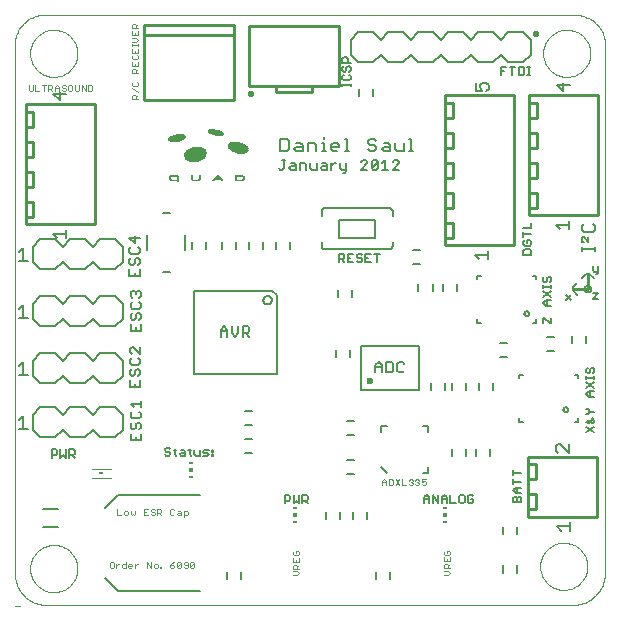
<source format=gto>
G75*
G70*
%OFA0B0*%
%FSLAX24Y24*%
%IPPOS*%
%LPD*%
%AMOC8*
5,1,8,0,0,1.08239X$1,22.5*
%
%ADD10C,0.0000*%
%ADD11C,0.0100*%
%ADD12C,0.0050*%
%ADD13C,0.0080*%
%ADD14C,0.0060*%
%ADD15C,0.0040*%
%ADD16R,0.0030X0.0005*%
%ADD17R,0.0050X0.0005*%
%ADD18R,0.0065X0.0005*%
%ADD19R,0.0075X0.0005*%
%ADD20R,0.0020X0.0005*%
%ADD21R,0.0210X0.0005*%
%ADD22R,0.0170X0.0005*%
%ADD23R,0.0040X0.0005*%
%ADD24R,0.0245X0.0005*%
%ADD25R,0.0235X0.0005*%
%ADD26R,0.0220X0.0005*%
%ADD27R,0.0045X0.0005*%
%ADD28R,0.0270X0.0005*%
%ADD29R,0.0260X0.0005*%
%ADD30R,0.0255X0.0005*%
%ADD31R,0.0285X0.0005*%
%ADD32R,0.0280X0.0005*%
%ADD33R,0.0275X0.0005*%
%ADD34R,0.0295X0.0005*%
%ADD35R,0.0290X0.0005*%
%ADD36R,0.0300X0.0005*%
%ADD37R,0.0055X0.0005*%
%ADD38R,0.0060X0.0005*%
%ADD39R,0.0265X0.0005*%
%ADD40R,0.0070X0.0005*%
%ADD41R,0.0095X0.0005*%
%ADD42R,0.0085X0.0005*%
%ADD43R,0.0305X0.0005*%
%ADD44R,0.0240X0.0005*%
%ADD45R,0.0035X0.0005*%
%ADD46R,0.0155X0.0005*%
%ADD47R,0.0205X0.0005*%
%ADD48R,0.0250X0.0005*%
%ADD49R,0.0315X0.0005*%
%ADD50R,0.0345X0.0005*%
%ADD51R,0.0370X0.0005*%
%ADD52R,0.0400X0.0005*%
%ADD53R,0.0415X0.0005*%
%ADD54R,0.0435X0.0005*%
%ADD55R,0.0460X0.0005*%
%ADD56R,0.0470X0.0005*%
%ADD57R,0.0490X0.0005*%
%ADD58R,0.0505X0.0005*%
%ADD59R,0.0520X0.0005*%
%ADD60R,0.0530X0.0005*%
%ADD61R,0.0545X0.0005*%
%ADD62R,0.0565X0.0005*%
%ADD63R,0.0570X0.0005*%
%ADD64R,0.0580X0.0005*%
%ADD65R,0.0595X0.0005*%
%ADD66R,0.0605X0.0005*%
%ADD67R,0.0615X0.0005*%
%ADD68R,0.0630X0.0005*%
%ADD69R,0.0635X0.0005*%
%ADD70R,0.0645X0.0005*%
%ADD71R,0.0650X0.0005*%
%ADD72R,0.0660X0.0005*%
%ADD73R,0.0665X0.0005*%
%ADD74R,0.0675X0.0005*%
%ADD75R,0.0680X0.0005*%
%ADD76R,0.0690X0.0005*%
%ADD77R,0.0695X0.0005*%
%ADD78R,0.0700X0.0005*%
%ADD79R,0.0710X0.0005*%
%ADD80R,0.0715X0.0005*%
%ADD81R,0.0720X0.0005*%
%ADD82R,0.0725X0.0005*%
%ADD83R,0.0730X0.0005*%
%ADD84R,0.0735X0.0005*%
%ADD85R,0.0140X0.0005*%
%ADD86R,0.0200X0.0005*%
%ADD87R,0.0310X0.0005*%
%ADD88R,0.0705X0.0005*%
%ADD89R,0.0395X0.0005*%
%ADD90R,0.0410X0.0005*%
%ADD91R,0.0685X0.0005*%
%ADD92R,0.0450X0.0005*%
%ADD93R,0.0465X0.0005*%
%ADD94R,0.0670X0.0005*%
%ADD95R,0.0485X0.0005*%
%ADD96R,0.0500X0.0005*%
%ADD97R,0.0655X0.0005*%
%ADD98R,0.0515X0.0005*%
%ADD99R,0.0640X0.0005*%
%ADD100R,0.0535X0.0005*%
%ADD101R,0.0625X0.0005*%
%ADD102R,0.0560X0.0005*%
%ADD103R,0.0600X0.0005*%
%ADD104R,0.0585X0.0005*%
%ADD105R,0.0590X0.0005*%
%ADD106R,0.0610X0.0005*%
%ADD107R,0.0620X0.0005*%
%ADD108R,0.0430X0.0005*%
%ADD109R,0.0405X0.0005*%
%ADD110R,0.0385X0.0005*%
%ADD111R,0.0360X0.0005*%
%ADD112R,0.0330X0.0005*%
%ADD113R,0.0225X0.0005*%
%ADD114R,0.0575X0.0005*%
%ADD115R,0.0555X0.0005*%
%ADD116R,0.0550X0.0005*%
%ADD117R,0.0510X0.0005*%
%ADD118R,0.0495X0.0005*%
%ADD119R,0.0480X0.0005*%
%ADD120R,0.0390X0.0005*%
%ADD121R,0.0365X0.0005*%
%ADD122R,0.0340X0.0005*%
%ADD123R,0.0190X0.0005*%
%ADD124R,0.0130X0.0005*%
%ADD125R,0.0110X0.0005*%
%ADD126R,0.0180X0.0005*%
%ADD127R,0.0230X0.0005*%
%ADD128R,0.0355X0.0005*%
%ADD129R,0.0375X0.0005*%
%ADD130R,0.0440X0.0005*%
%ADD131R,0.0455X0.0005*%
%ADD132R,0.0475X0.0005*%
%ADD133R,0.0525X0.0005*%
%ADD134R,0.0445X0.0005*%
%ADD135R,0.0380X0.0005*%
%ADD136R,0.0080X0.0005*%
%ADD137R,0.0165X0.0005*%
%ADD138R,0.0335X0.0005*%
%ADD139R,0.0215X0.0005*%
%ADD140R,0.0195X0.0005*%
%ADD141R,0.0420X0.0005*%
%ADD142R,0.0425X0.0005*%
%ADD143R,0.0320X0.0005*%
%ADD144R,0.0005X0.0005*%
%ADD145R,0.0118X0.0059*%
%ADD146R,0.0118X0.0118*%
%ADD147C,0.0070*%
%ADD148C,0.0236*%
%ADD149C,0.0028*%
%ADD150R,0.0157X0.0079*%
D10*
X001779Y000412D02*
X001778Y000413D01*
X001779Y000412D02*
X001783Y000412D01*
X001784Y000413D01*
X001784Y000415D01*
X001783Y000417D01*
X001779Y000417D01*
X001778Y000418D01*
X001778Y000420D01*
X001779Y000422D01*
X001783Y000422D01*
X001784Y000420D01*
X001787Y000418D02*
X001787Y000417D01*
X001789Y000417D01*
X001789Y000418D01*
X001787Y000418D01*
X001787Y000413D02*
X001787Y000412D01*
X001789Y000412D01*
X001789Y000413D01*
X001787Y000413D01*
X001792Y000412D02*
X001798Y000422D01*
X001801Y000422D02*
X001806Y000422D01*
X001807Y000420D01*
X001807Y000413D01*
X001806Y000412D01*
X001801Y000412D01*
X001801Y000422D01*
X001810Y000422D02*
X001817Y000422D01*
X001813Y000422D02*
X001813Y000412D01*
X001819Y000412D02*
X001826Y000422D01*
X001830Y000418D02*
X001833Y000418D01*
X001835Y000417D01*
X001835Y000415D01*
X001828Y000415D01*
X001828Y000413D02*
X001828Y000417D01*
X001830Y000418D01*
X001828Y000413D02*
X001830Y000412D01*
X001833Y000412D01*
X001838Y000413D02*
X001839Y000415D01*
X001844Y000415D01*
X001844Y000417D02*
X001844Y000412D01*
X001839Y000412D01*
X001838Y000413D01*
X001839Y000418D02*
X001843Y000418D01*
X001844Y000417D01*
X001847Y000417D02*
X001847Y000413D01*
X001848Y000412D01*
X001853Y000412D01*
X001853Y000410D02*
X001853Y000418D01*
X001848Y000418D01*
X001847Y000417D01*
X001850Y000408D02*
X001852Y000408D01*
X001853Y000410D01*
X001856Y000412D02*
X001859Y000412D01*
X001858Y000412D02*
X001858Y000422D01*
X001856Y000422D01*
X001862Y000417D02*
X001864Y000418D01*
X001867Y000418D01*
X001869Y000417D01*
X001869Y000415D01*
X001862Y000415D01*
X001862Y000413D02*
X001862Y000417D01*
X001862Y000413D02*
X001864Y000412D01*
X001867Y000412D01*
X001871Y000412D02*
X001875Y000412D01*
X001873Y000412D02*
X001873Y000422D01*
X001871Y000422D01*
X001877Y000417D02*
X001877Y000413D01*
X001879Y000412D01*
X001882Y000412D01*
X001884Y000413D01*
X001884Y000417D01*
X001882Y000418D01*
X001879Y000418D01*
X001877Y000417D01*
X001887Y000417D02*
X001887Y000413D01*
X001888Y000412D01*
X001893Y000412D01*
X001893Y000410D02*
X001893Y000418D01*
X001888Y000418D01*
X001887Y000417D01*
X001896Y000417D02*
X001896Y000413D01*
X001898Y000412D01*
X001901Y000412D01*
X001903Y000413D01*
X001903Y000417D01*
X001901Y000418D01*
X001898Y000418D01*
X001896Y000417D01*
X001893Y000410D02*
X001892Y000408D01*
X001890Y000408D01*
X001905Y000412D02*
X001907Y000412D01*
X001907Y000413D01*
X001905Y000413D01*
X001905Y000412D01*
X001910Y000412D02*
X001915Y000412D01*
X001916Y000413D01*
X001916Y000417D01*
X001915Y000418D01*
X001910Y000418D01*
X001910Y000422D02*
X001910Y000412D01*
X001919Y000412D02*
X001919Y000418D01*
X001921Y000418D01*
X001922Y000417D01*
X001924Y000418D01*
X001926Y000417D01*
X001926Y000412D01*
X001928Y000412D02*
X001933Y000412D01*
X001935Y000413D01*
X001935Y000417D01*
X001933Y000418D01*
X001928Y000418D01*
X001928Y000408D01*
X001922Y000412D02*
X001922Y000417D01*
X002859Y000437D02*
X020334Y000437D01*
X020400Y000439D01*
X020465Y000445D01*
X020530Y000454D01*
X020594Y000467D01*
X020658Y000484D01*
X020720Y000505D01*
X020781Y000529D01*
X020840Y000557D01*
X020898Y000588D01*
X020954Y000623D01*
X021008Y000660D01*
X021059Y000701D01*
X021108Y000745D01*
X021154Y000791D01*
X021198Y000840D01*
X021239Y000891D01*
X021276Y000945D01*
X021311Y001001D01*
X021342Y001059D01*
X021370Y001118D01*
X021394Y001179D01*
X021415Y001241D01*
X021432Y001305D01*
X021445Y001369D01*
X021454Y001434D01*
X021460Y001499D01*
X021462Y001565D01*
X021463Y001565D02*
X021463Y019096D01*
X021462Y019096D02*
X021460Y019158D01*
X021455Y019220D01*
X021445Y019281D01*
X021432Y019341D01*
X021416Y019401D01*
X021395Y019459D01*
X021372Y019517D01*
X021345Y019572D01*
X021314Y019626D01*
X021281Y019678D01*
X021244Y019728D01*
X021204Y019776D01*
X021162Y019821D01*
X021117Y019863D01*
X021069Y019903D01*
X021019Y019940D01*
X020967Y019973D01*
X020913Y020004D01*
X020858Y020031D01*
X020800Y020054D01*
X020742Y020075D01*
X020682Y020091D01*
X020622Y020104D01*
X020561Y020114D01*
X020499Y020119D01*
X020437Y020121D01*
X020437Y020122D02*
X002766Y020122D01*
X002704Y020120D01*
X002642Y020114D01*
X002581Y020104D01*
X002520Y020091D01*
X002461Y020074D01*
X002402Y020053D01*
X002345Y020028D01*
X002290Y020000D01*
X002237Y019968D01*
X002185Y019933D01*
X002136Y019895D01*
X002090Y019854D01*
X002046Y019810D01*
X002005Y019764D01*
X001967Y019715D01*
X001932Y019663D01*
X001900Y019610D01*
X001872Y019555D01*
X001847Y019498D01*
X001826Y019439D01*
X001809Y019380D01*
X001796Y019319D01*
X001786Y019258D01*
X001780Y019196D01*
X001778Y019134D01*
X001778Y001518D01*
X001777Y001518D02*
X001779Y001455D01*
X001784Y001392D01*
X001793Y001330D01*
X001806Y001268D01*
X001822Y001208D01*
X001842Y001148D01*
X001865Y001089D01*
X001892Y001032D01*
X001922Y000977D01*
X001955Y000923D01*
X001991Y000872D01*
X002030Y000823D01*
X002072Y000775D01*
X002116Y000731D01*
X002164Y000689D01*
X002213Y000650D01*
X002264Y000614D01*
X002318Y000581D01*
X002373Y000551D01*
X002430Y000524D01*
X002489Y000501D01*
X002549Y000481D01*
X002609Y000465D01*
X002671Y000452D01*
X002733Y000443D01*
X002796Y000438D01*
X002859Y000436D01*
X002291Y001662D02*
X002293Y001718D01*
X002299Y001773D01*
X002309Y001827D01*
X002322Y001881D01*
X002340Y001934D01*
X002361Y001985D01*
X002385Y002035D01*
X002413Y002083D01*
X002445Y002129D01*
X002479Y002173D01*
X002517Y002214D01*
X002557Y002252D01*
X002600Y002287D01*
X002645Y002319D01*
X002693Y002348D01*
X002742Y002374D01*
X002793Y002396D01*
X002845Y002414D01*
X002899Y002428D01*
X002954Y002439D01*
X003009Y002446D01*
X003064Y002449D01*
X003120Y002448D01*
X003175Y002443D01*
X003230Y002434D01*
X003284Y002422D01*
X003337Y002405D01*
X003389Y002385D01*
X003439Y002361D01*
X003487Y002334D01*
X003534Y002304D01*
X003578Y002270D01*
X003620Y002233D01*
X003658Y002193D01*
X003695Y002151D01*
X003728Y002106D01*
X003757Y002060D01*
X003784Y002011D01*
X003806Y001960D01*
X003826Y001908D01*
X003841Y001854D01*
X003853Y001800D01*
X003861Y001745D01*
X003865Y001690D01*
X003865Y001634D01*
X003861Y001579D01*
X003853Y001524D01*
X003841Y001470D01*
X003826Y001416D01*
X003806Y001364D01*
X003784Y001313D01*
X003757Y001264D01*
X003728Y001218D01*
X003695Y001173D01*
X003658Y001131D01*
X003620Y001091D01*
X003578Y001054D01*
X003534Y001020D01*
X003487Y000990D01*
X003439Y000963D01*
X003389Y000939D01*
X003337Y000919D01*
X003284Y000902D01*
X003230Y000890D01*
X003175Y000881D01*
X003120Y000876D01*
X003064Y000875D01*
X003009Y000878D01*
X002954Y000885D01*
X002899Y000896D01*
X002845Y000910D01*
X002793Y000928D01*
X002742Y000950D01*
X002693Y000976D01*
X002645Y001005D01*
X002600Y001037D01*
X002557Y001072D01*
X002517Y001110D01*
X002479Y001151D01*
X002445Y001195D01*
X002413Y001241D01*
X002385Y001289D01*
X002361Y001339D01*
X002340Y001390D01*
X002322Y001443D01*
X002309Y001497D01*
X002299Y001551D01*
X002293Y001606D01*
X002291Y001662D01*
X002291Y018837D02*
X002293Y018893D01*
X002299Y018948D01*
X002309Y019002D01*
X002322Y019056D01*
X002340Y019109D01*
X002361Y019160D01*
X002385Y019210D01*
X002413Y019258D01*
X002445Y019304D01*
X002479Y019348D01*
X002517Y019389D01*
X002557Y019427D01*
X002600Y019462D01*
X002645Y019494D01*
X002693Y019523D01*
X002742Y019549D01*
X002793Y019571D01*
X002845Y019589D01*
X002899Y019603D01*
X002954Y019614D01*
X003009Y019621D01*
X003064Y019624D01*
X003120Y019623D01*
X003175Y019618D01*
X003230Y019609D01*
X003284Y019597D01*
X003337Y019580D01*
X003389Y019560D01*
X003439Y019536D01*
X003487Y019509D01*
X003534Y019479D01*
X003578Y019445D01*
X003620Y019408D01*
X003658Y019368D01*
X003695Y019326D01*
X003728Y019281D01*
X003757Y019235D01*
X003784Y019186D01*
X003806Y019135D01*
X003826Y019083D01*
X003841Y019029D01*
X003853Y018975D01*
X003861Y018920D01*
X003865Y018865D01*
X003865Y018809D01*
X003861Y018754D01*
X003853Y018699D01*
X003841Y018645D01*
X003826Y018591D01*
X003806Y018539D01*
X003784Y018488D01*
X003757Y018439D01*
X003728Y018393D01*
X003695Y018348D01*
X003658Y018306D01*
X003620Y018266D01*
X003578Y018229D01*
X003534Y018195D01*
X003487Y018165D01*
X003439Y018138D01*
X003389Y018114D01*
X003337Y018094D01*
X003284Y018077D01*
X003230Y018065D01*
X003175Y018056D01*
X003120Y018051D01*
X003064Y018050D01*
X003009Y018053D01*
X002954Y018060D01*
X002899Y018071D01*
X002845Y018085D01*
X002793Y018103D01*
X002742Y018125D01*
X002693Y018151D01*
X002645Y018180D01*
X002600Y018212D01*
X002557Y018247D01*
X002517Y018285D01*
X002479Y018326D01*
X002445Y018370D01*
X002413Y018416D01*
X002385Y018464D01*
X002361Y018514D01*
X002340Y018565D01*
X002322Y018618D01*
X002309Y018672D01*
X002299Y018726D01*
X002293Y018781D01*
X002291Y018837D01*
X019391Y018837D02*
X019393Y018893D01*
X019399Y018948D01*
X019409Y019002D01*
X019422Y019056D01*
X019440Y019109D01*
X019461Y019160D01*
X019485Y019210D01*
X019513Y019258D01*
X019545Y019304D01*
X019579Y019348D01*
X019617Y019389D01*
X019657Y019427D01*
X019700Y019462D01*
X019745Y019494D01*
X019793Y019523D01*
X019842Y019549D01*
X019893Y019571D01*
X019945Y019589D01*
X019999Y019603D01*
X020054Y019614D01*
X020109Y019621D01*
X020164Y019624D01*
X020220Y019623D01*
X020275Y019618D01*
X020330Y019609D01*
X020384Y019597D01*
X020437Y019580D01*
X020489Y019560D01*
X020539Y019536D01*
X020587Y019509D01*
X020634Y019479D01*
X020678Y019445D01*
X020720Y019408D01*
X020758Y019368D01*
X020795Y019326D01*
X020828Y019281D01*
X020857Y019235D01*
X020884Y019186D01*
X020906Y019135D01*
X020926Y019083D01*
X020941Y019029D01*
X020953Y018975D01*
X020961Y018920D01*
X020965Y018865D01*
X020965Y018809D01*
X020961Y018754D01*
X020953Y018699D01*
X020941Y018645D01*
X020926Y018591D01*
X020906Y018539D01*
X020884Y018488D01*
X020857Y018439D01*
X020828Y018393D01*
X020795Y018348D01*
X020758Y018306D01*
X020720Y018266D01*
X020678Y018229D01*
X020634Y018195D01*
X020587Y018165D01*
X020539Y018138D01*
X020489Y018114D01*
X020437Y018094D01*
X020384Y018077D01*
X020330Y018065D01*
X020275Y018056D01*
X020220Y018051D01*
X020164Y018050D01*
X020109Y018053D01*
X020054Y018060D01*
X019999Y018071D01*
X019945Y018085D01*
X019893Y018103D01*
X019842Y018125D01*
X019793Y018151D01*
X019745Y018180D01*
X019700Y018212D01*
X019657Y018247D01*
X019617Y018285D01*
X019579Y018326D01*
X019545Y018370D01*
X019513Y018416D01*
X019485Y018464D01*
X019461Y018514D01*
X019440Y018565D01*
X019422Y018618D01*
X019409Y018672D01*
X019399Y018726D01*
X019393Y018781D01*
X019391Y018837D01*
X019291Y001737D02*
X019293Y001793D01*
X019299Y001848D01*
X019309Y001902D01*
X019322Y001956D01*
X019340Y002009D01*
X019361Y002060D01*
X019385Y002110D01*
X019413Y002158D01*
X019445Y002204D01*
X019479Y002248D01*
X019517Y002289D01*
X019557Y002327D01*
X019600Y002362D01*
X019645Y002394D01*
X019693Y002423D01*
X019742Y002449D01*
X019793Y002471D01*
X019845Y002489D01*
X019899Y002503D01*
X019954Y002514D01*
X020009Y002521D01*
X020064Y002524D01*
X020120Y002523D01*
X020175Y002518D01*
X020230Y002509D01*
X020284Y002497D01*
X020337Y002480D01*
X020389Y002460D01*
X020439Y002436D01*
X020487Y002409D01*
X020534Y002379D01*
X020578Y002345D01*
X020620Y002308D01*
X020658Y002268D01*
X020695Y002226D01*
X020728Y002181D01*
X020757Y002135D01*
X020784Y002086D01*
X020806Y002035D01*
X020826Y001983D01*
X020841Y001929D01*
X020853Y001875D01*
X020861Y001820D01*
X020865Y001765D01*
X020865Y001709D01*
X020861Y001654D01*
X020853Y001599D01*
X020841Y001545D01*
X020826Y001491D01*
X020806Y001439D01*
X020784Y001388D01*
X020757Y001339D01*
X020728Y001293D01*
X020695Y001248D01*
X020658Y001206D01*
X020620Y001166D01*
X020578Y001129D01*
X020534Y001095D01*
X020487Y001065D01*
X020439Y001038D01*
X020389Y001014D01*
X020337Y000994D01*
X020284Y000977D01*
X020230Y000965D01*
X020175Y000956D01*
X020120Y000951D01*
X020064Y000950D01*
X020009Y000953D01*
X019954Y000960D01*
X019899Y000971D01*
X019845Y000985D01*
X019793Y001003D01*
X019742Y001025D01*
X019693Y001051D01*
X019645Y001080D01*
X019600Y001112D01*
X019557Y001147D01*
X019517Y001185D01*
X019479Y001226D01*
X019445Y001270D01*
X019413Y001316D01*
X019385Y001364D01*
X019361Y001414D01*
X019340Y001465D01*
X019322Y001518D01*
X019309Y001572D01*
X019299Y001626D01*
X019293Y001681D01*
X019291Y001737D01*
D11*
X018898Y003387D02*
X018898Y003637D01*
X019148Y003637D01*
X019148Y004137D01*
X018898Y004137D01*
X018898Y004637D01*
X019148Y004637D01*
X019148Y005137D01*
X018898Y005137D01*
X018898Y005387D01*
X021198Y005387D01*
X021198Y004887D01*
X021198Y003387D01*
X018898Y003387D01*
X018898Y003637D02*
X018898Y004137D01*
X018898Y004387D02*
X018898Y005137D01*
X020378Y010987D02*
X020878Y010987D01*
X020878Y011487D01*
X021228Y013437D02*
X018928Y013437D01*
X018928Y013687D01*
X019178Y013687D01*
X019178Y014187D01*
X018928Y014187D01*
X018928Y014687D01*
X019178Y014687D01*
X019178Y015187D01*
X018928Y015187D01*
X018928Y015687D01*
X018928Y017187D01*
X019178Y017187D01*
X019178Y016687D01*
X018928Y016687D01*
X018928Y016187D01*
X019178Y016187D01*
X019178Y015687D01*
X018928Y015687D01*
X018928Y016487D02*
X018928Y013687D01*
X018428Y012437D02*
X016128Y012437D01*
X016128Y012687D01*
X016378Y012687D01*
X016378Y013187D01*
X016128Y013187D01*
X016128Y013687D01*
X016378Y013687D01*
X016378Y014187D01*
X016128Y014187D01*
X016128Y014687D01*
X016128Y015187D01*
X016378Y015187D01*
X016378Y014687D01*
X016128Y014687D01*
X016128Y014437D02*
X016128Y017437D01*
X018428Y017437D01*
X018428Y012437D01*
X016128Y012687D02*
X016128Y013187D01*
X016128Y013687D02*
X016128Y014187D01*
X016128Y015187D02*
X016128Y015687D01*
X016378Y015687D01*
X016378Y016187D01*
X016128Y016187D01*
X016128Y016687D01*
X016378Y016687D01*
X016378Y017187D01*
X016128Y017187D01*
X016128Y017337D01*
X018928Y017437D02*
X018928Y017187D01*
X018928Y017437D02*
X021228Y017437D01*
X021228Y016937D01*
X021228Y013437D01*
X019178Y019437D02*
X019078Y019437D01*
X019078Y019537D01*
X019178Y019537D01*
X019178Y019437D01*
X019178Y019447D02*
X019078Y019447D01*
X012578Y019737D02*
X012578Y017737D01*
X009578Y017737D01*
X009578Y019737D01*
X012578Y019737D01*
X011678Y017737D02*
X011678Y017537D01*
X010478Y017537D01*
X010478Y017737D01*
X009678Y017537D02*
X009678Y017437D01*
X009578Y017437D01*
X009578Y017537D01*
X009678Y017537D01*
X009678Y017477D02*
X009578Y017477D01*
X009078Y017287D02*
X006078Y017287D01*
X006078Y019437D01*
X009078Y019437D01*
X009078Y017287D01*
X009078Y019437D02*
X009078Y019787D01*
X006078Y019787D01*
X006078Y019437D01*
X004448Y017137D02*
X002148Y017137D01*
X002148Y016887D01*
X002148Y015387D01*
X002148Y014887D01*
X002398Y014887D01*
X002398Y014387D01*
X002148Y014387D01*
X002148Y013887D01*
X002398Y013887D01*
X002398Y013387D01*
X002148Y013387D01*
X002148Y013137D01*
X004448Y013137D01*
X004448Y016637D01*
X004448Y017137D01*
X002398Y016887D02*
X002398Y016387D01*
X002148Y016387D01*
X002148Y015887D01*
X002398Y015887D01*
X002398Y015387D01*
X002148Y015387D01*
X002148Y016187D02*
X002148Y013387D01*
X002148Y016887D02*
X002398Y016887D01*
D12*
X002148Y016887D02*
X002148Y016187D01*
X004448Y016537D02*
X004448Y016637D01*
X002053Y012362D02*
X002053Y011912D01*
X001903Y011912D02*
X002203Y011912D01*
X001903Y012212D02*
X002053Y012362D01*
X002053Y010462D02*
X002053Y010012D01*
X001903Y010012D02*
X002203Y010012D01*
X001903Y010312D02*
X002053Y010462D01*
X002053Y008562D02*
X002053Y008112D01*
X001903Y008112D02*
X002203Y008112D01*
X001903Y008412D02*
X002053Y008562D01*
X002053Y006762D02*
X002053Y006312D01*
X001903Y006312D02*
X002203Y006312D01*
X001903Y006612D02*
X002053Y006762D01*
X003003Y005632D02*
X003138Y005632D01*
X003183Y005587D01*
X003183Y005497D01*
X003138Y005452D01*
X003003Y005452D01*
X003003Y005362D02*
X003003Y005632D01*
X003297Y005632D02*
X003297Y005362D01*
X003387Y005452D01*
X003478Y005362D01*
X003478Y005632D01*
X003592Y005632D02*
X003727Y005632D01*
X003772Y005587D01*
X003772Y005497D01*
X003727Y005452D01*
X003592Y005452D01*
X003682Y005452D02*
X003772Y005362D01*
X003592Y005362D02*
X003592Y005632D01*
X006778Y005647D02*
X006778Y005602D01*
X006823Y005557D01*
X006913Y005557D01*
X006958Y005512D01*
X006958Y005467D01*
X006913Y005422D01*
X006823Y005422D01*
X006778Y005467D01*
X006778Y005647D02*
X006823Y005692D01*
X006913Y005692D01*
X006958Y005647D01*
X007072Y005602D02*
X007162Y005602D01*
X007117Y005647D02*
X007117Y005467D01*
X007162Y005422D01*
X007269Y005467D02*
X007314Y005512D01*
X007449Y005512D01*
X007449Y005557D02*
X007449Y005422D01*
X007314Y005422D01*
X007269Y005467D01*
X007314Y005602D02*
X007404Y005602D01*
X007449Y005557D01*
X007563Y005602D02*
X007654Y005602D01*
X007609Y005647D02*
X007609Y005467D01*
X007654Y005422D01*
X007760Y005467D02*
X007805Y005422D01*
X007940Y005422D01*
X007940Y005602D01*
X008055Y005557D02*
X008100Y005602D01*
X008235Y005602D01*
X008190Y005512D02*
X008100Y005512D01*
X008055Y005557D01*
X008055Y005422D02*
X008190Y005422D01*
X008235Y005467D01*
X008190Y005512D01*
X008349Y005557D02*
X008349Y005602D01*
X008394Y005602D01*
X008394Y005557D01*
X008349Y005557D01*
X008349Y005467D02*
X008349Y005422D01*
X008394Y005422D01*
X008394Y005467D01*
X008349Y005467D01*
X007760Y005467D02*
X007760Y005602D01*
X010778Y004107D02*
X010778Y003837D01*
X010778Y003927D02*
X010913Y003927D01*
X010958Y003972D01*
X010958Y004062D01*
X010913Y004107D01*
X010778Y004107D01*
X011072Y004107D02*
X011072Y003837D01*
X011162Y003927D01*
X011253Y003837D01*
X011253Y004107D01*
X011367Y004107D02*
X011502Y004107D01*
X011547Y004062D01*
X011547Y003972D01*
X011502Y003927D01*
X011367Y003927D01*
X011457Y003927D02*
X011547Y003837D01*
X011367Y003837D02*
X011367Y004107D01*
X015413Y004032D02*
X015413Y003852D01*
X015413Y003987D02*
X015593Y003987D01*
X015593Y004032D02*
X015593Y003852D01*
X015707Y003852D02*
X015707Y004122D01*
X015888Y003852D01*
X015888Y004122D01*
X016002Y004032D02*
X016092Y004122D01*
X016182Y004032D01*
X016182Y003852D01*
X016297Y003852D02*
X016477Y003852D01*
X016591Y003897D02*
X016636Y003852D01*
X016726Y003852D01*
X016771Y003897D01*
X016771Y004077D01*
X016726Y004122D01*
X016636Y004122D01*
X016591Y004077D01*
X016591Y003897D01*
X016886Y003897D02*
X016931Y003852D01*
X017021Y003852D01*
X017066Y003897D01*
X017066Y003987D01*
X016976Y003987D01*
X016886Y004077D02*
X016931Y004122D01*
X017021Y004122D01*
X017066Y004077D01*
X016886Y004077D02*
X016886Y003897D01*
X016297Y003852D02*
X016297Y004122D01*
X016182Y003987D02*
X016002Y003987D01*
X016002Y004032D02*
X016002Y003852D01*
X015593Y004032D02*
X015503Y004122D01*
X015413Y004032D01*
X018387Y004017D02*
X018387Y003882D01*
X018658Y003882D01*
X018658Y004017D01*
X018613Y004062D01*
X018568Y004062D01*
X018523Y004017D01*
X018523Y003882D01*
X018523Y004017D02*
X018478Y004062D01*
X018433Y004062D01*
X018387Y004017D01*
X018478Y004176D02*
X018387Y004266D01*
X018478Y004356D01*
X018658Y004356D01*
X018523Y004356D02*
X018523Y004176D01*
X018478Y004176D02*
X018658Y004176D01*
X018898Y004137D02*
X018898Y004387D01*
X018658Y004561D02*
X018387Y004561D01*
X018387Y004471D02*
X018387Y004651D01*
X018387Y004766D02*
X018387Y004946D01*
X018387Y004856D02*
X018658Y004856D01*
X018898Y005137D02*
X018898Y005287D01*
X020827Y006213D02*
X021098Y006393D01*
X021053Y006507D02*
X021008Y006507D01*
X020918Y006597D01*
X020873Y006597D01*
X020827Y006552D01*
X020873Y006507D01*
X020918Y006507D01*
X021098Y006687D01*
X021098Y006597D02*
X021098Y006552D01*
X021053Y006507D01*
X021098Y006597D02*
X021008Y006687D01*
X020873Y006802D02*
X020963Y006892D01*
X021098Y006892D01*
X020963Y006892D02*
X020873Y006982D01*
X020827Y006982D01*
X020827Y006802D02*
X020873Y006802D01*
X020827Y006393D02*
X021098Y006213D01*
X021098Y007391D02*
X020918Y007391D01*
X020827Y007481D01*
X020918Y007571D01*
X021098Y007571D01*
X021098Y007686D02*
X020827Y007866D01*
X020827Y007981D02*
X020827Y008071D01*
X020827Y008026D02*
X021098Y008026D01*
X021098Y007981D02*
X021098Y008071D01*
X021053Y008177D02*
X021098Y008222D01*
X021098Y008312D01*
X021053Y008357D01*
X021008Y008357D01*
X020963Y008312D01*
X020963Y008222D01*
X020918Y008177D01*
X020873Y008177D01*
X020827Y008222D01*
X020827Y008312D01*
X020873Y008357D01*
X021098Y007866D02*
X020827Y007686D01*
X020963Y007571D02*
X020963Y007391D01*
X019648Y009837D02*
X019648Y010017D01*
X019648Y009837D02*
X019603Y009837D01*
X019423Y010017D01*
X019377Y010017D01*
X019377Y009837D01*
X019468Y010426D02*
X019377Y010516D01*
X019468Y010606D01*
X019648Y010606D01*
X019648Y010721D02*
X019377Y010901D01*
X019377Y011015D02*
X019377Y011105D01*
X019377Y011060D02*
X019648Y011060D01*
X019648Y011015D02*
X019648Y011105D01*
X019603Y011212D02*
X019648Y011257D01*
X019648Y011347D01*
X019603Y011392D01*
X019558Y011392D01*
X019513Y011347D01*
X019513Y011257D01*
X019468Y011212D01*
X019423Y011212D01*
X019377Y011257D01*
X019377Y011347D01*
X019423Y011392D01*
X019648Y010901D02*
X019377Y010721D01*
X019513Y010606D02*
X019513Y010426D01*
X019468Y010426D02*
X019648Y010426D01*
X020153Y010612D02*
X020333Y010792D01*
X020378Y010937D02*
X020528Y010787D01*
X020378Y010937D02*
X020378Y010987D01*
X020378Y011037D01*
X020528Y011187D01*
X020678Y011337D02*
X020828Y011487D01*
X020878Y011487D01*
X020928Y011487D01*
X021078Y011337D01*
X021143Y011472D02*
X021188Y011472D01*
X021233Y011517D01*
X021233Y011742D01*
X021053Y011742D02*
X021053Y011607D01*
X021098Y011562D01*
X021233Y011562D01*
X020766Y010987D02*
X020768Y011008D01*
X020774Y011027D01*
X020783Y011046D01*
X020795Y011062D01*
X020811Y011076D01*
X020828Y011087D01*
X020847Y011095D01*
X020868Y011099D01*
X020888Y011099D01*
X020909Y011095D01*
X020928Y011087D01*
X020945Y011076D01*
X020961Y011062D01*
X020973Y011046D01*
X020982Y011027D01*
X020988Y011008D01*
X020990Y010987D01*
X020988Y010966D01*
X020982Y010947D01*
X020973Y010928D01*
X020961Y010912D01*
X020945Y010898D01*
X020928Y010887D01*
X020909Y010879D01*
X020888Y010875D01*
X020868Y010875D01*
X020847Y010879D01*
X020828Y010887D01*
X020811Y010898D01*
X020795Y010912D01*
X020783Y010928D01*
X020774Y010947D01*
X020768Y010966D01*
X020766Y010987D01*
X021053Y010842D02*
X021233Y010842D01*
X021053Y010662D01*
X021233Y010662D01*
X020333Y010612D02*
X020153Y010792D01*
X018993Y012127D02*
X018722Y012127D01*
X018722Y012262D01*
X018768Y012307D01*
X018948Y012307D01*
X018993Y012262D01*
X018993Y012127D01*
X018948Y012421D02*
X018768Y012421D01*
X018722Y012466D01*
X018722Y012556D01*
X018768Y012601D01*
X018858Y012601D02*
X018858Y012511D01*
X018858Y012601D02*
X018948Y012601D01*
X018993Y012556D01*
X018993Y012466D01*
X018948Y012421D01*
X018722Y012716D02*
X018722Y012896D01*
X018722Y012806D02*
X018993Y012806D01*
X018993Y013011D02*
X018722Y013011D01*
X018993Y013011D02*
X018993Y013191D01*
X018928Y016487D02*
X018928Y017187D01*
X018911Y018107D02*
X018911Y018377D01*
X018866Y018377D02*
X018956Y018377D01*
X018752Y018332D02*
X018752Y018152D01*
X018707Y018107D01*
X018572Y018107D01*
X018572Y018377D01*
X018707Y018377D01*
X018752Y018332D01*
X018866Y018107D02*
X018956Y018107D01*
X018457Y018377D02*
X018277Y018377D01*
X018367Y018377D02*
X018367Y018107D01*
X018072Y018242D02*
X017982Y018242D01*
X017982Y018377D02*
X018162Y018377D01*
X017982Y018377D02*
X017982Y018107D01*
X021228Y016937D02*
X021228Y016837D01*
X014369Y013582D02*
X014369Y013425D01*
X014368Y013582D02*
X014367Y013599D01*
X014362Y013616D01*
X014355Y013631D01*
X014345Y013645D01*
X014333Y013657D01*
X014319Y013667D01*
X014304Y013674D01*
X014287Y013679D01*
X014270Y013680D01*
X014270Y013681D02*
X012144Y013681D01*
X012145Y013681D02*
X012124Y013683D01*
X012103Y013681D01*
X012083Y013675D01*
X012064Y013666D01*
X012047Y013654D01*
X012032Y013639D01*
X012021Y013622D01*
X012012Y013603D01*
X012007Y013583D01*
X012007Y013582D02*
X012007Y013425D01*
X012597Y013287D02*
X012597Y012696D01*
X013778Y012696D01*
X013778Y013287D01*
X012597Y013287D01*
X012007Y012559D02*
X012007Y012401D01*
X012008Y012384D01*
X012013Y012367D01*
X012020Y012352D01*
X012030Y012338D01*
X012042Y012326D01*
X012056Y012316D01*
X012071Y012309D01*
X012088Y012304D01*
X012105Y012303D01*
X014270Y012303D01*
X014287Y012304D01*
X014304Y012309D01*
X014319Y012316D01*
X014333Y012326D01*
X014345Y012338D01*
X014355Y012352D01*
X014362Y012367D01*
X014367Y012384D01*
X014368Y012401D01*
X014369Y012401D02*
X014369Y012559D01*
X013941Y012147D02*
X013761Y012147D01*
X013851Y012147D02*
X013851Y011877D01*
X013647Y011877D02*
X013467Y011877D01*
X013467Y012147D01*
X013647Y012147D01*
X013557Y012012D02*
X013467Y012012D01*
X013352Y011967D02*
X013352Y011922D01*
X013307Y011877D01*
X013217Y011877D01*
X013172Y011922D01*
X013217Y012012D02*
X013172Y012057D01*
X013172Y012102D01*
X013217Y012147D01*
X013307Y012147D01*
X013352Y012102D01*
X013307Y012012D02*
X013352Y011967D01*
X013307Y012012D02*
X013217Y012012D01*
X013058Y012147D02*
X012877Y012147D01*
X012877Y011877D01*
X013058Y011877D01*
X012967Y012012D02*
X012877Y012012D01*
X012763Y012012D02*
X012718Y011967D01*
X012583Y011967D01*
X012673Y011967D02*
X012763Y011877D01*
X012763Y012012D02*
X012763Y012102D01*
X012718Y012147D01*
X012583Y012147D01*
X012583Y011877D01*
X012697Y017736D02*
X012697Y017826D01*
X012697Y017781D02*
X012968Y017781D01*
X012968Y017736D02*
X012968Y017826D01*
X012923Y017933D02*
X012968Y017978D01*
X012968Y018068D01*
X012923Y018113D01*
X012923Y018227D02*
X012968Y018272D01*
X012968Y018362D01*
X012923Y018408D01*
X012878Y018408D01*
X012833Y018362D01*
X012833Y018272D01*
X012788Y018227D01*
X012743Y018227D01*
X012697Y018272D01*
X012697Y018362D01*
X012743Y018408D01*
X012697Y018522D02*
X012697Y018657D01*
X012743Y018702D01*
X012833Y018702D01*
X012878Y018657D01*
X012878Y018522D01*
X012968Y018522D02*
X012697Y018522D01*
X012743Y018113D02*
X012697Y018068D01*
X012697Y017978D01*
X012743Y017933D01*
X012923Y017933D01*
X021198Y004887D02*
X021198Y004787D01*
D13*
X020562Y006549D02*
X020444Y006549D01*
X020562Y006549D02*
X020562Y006667D01*
X020065Y006964D02*
X020067Y006982D01*
X020073Y006998D01*
X020082Y007013D01*
X020095Y007026D01*
X020110Y007035D01*
X020126Y007041D01*
X020144Y007043D01*
X020162Y007041D01*
X020178Y007035D01*
X020193Y007026D01*
X020206Y007013D01*
X020215Y006998D01*
X020221Y006982D01*
X020223Y006964D01*
X020221Y006946D01*
X020215Y006930D01*
X020206Y006915D01*
X020193Y006902D01*
X020178Y006893D01*
X020162Y006887D01*
X020144Y006885D01*
X020126Y006887D01*
X020110Y006893D01*
X020095Y006902D01*
X020082Y006915D01*
X020073Y006930D01*
X020067Y006946D01*
X020065Y006964D01*
X020562Y008006D02*
X020562Y008124D01*
X020444Y008124D01*
X018712Y008124D02*
X018593Y008124D01*
X018593Y008006D01*
X018593Y006667D02*
X018593Y006549D01*
X018712Y006549D01*
X015565Y006424D02*
X015565Y006227D01*
X015565Y006424D02*
X015368Y006424D01*
X014187Y006424D02*
X013990Y006424D01*
X013990Y006227D01*
X013990Y005046D02*
X014187Y004849D01*
X015368Y004849D02*
X015565Y004849D01*
X015565Y005046D01*
X015250Y007608D02*
X013305Y007608D01*
X013305Y009065D01*
X015250Y009065D01*
X015250Y007608D01*
X017193Y009849D02*
X017193Y009967D01*
X017193Y009849D02*
X017312Y009849D01*
X017193Y011306D02*
X017193Y011424D01*
X017312Y011424D01*
X018765Y010164D02*
X018767Y010182D01*
X018773Y010198D01*
X018782Y010213D01*
X018795Y010226D01*
X018810Y010235D01*
X018826Y010241D01*
X018844Y010243D01*
X018862Y010241D01*
X018878Y010235D01*
X018893Y010226D01*
X018906Y010213D01*
X018915Y010198D01*
X018921Y010182D01*
X018923Y010164D01*
X018921Y010146D01*
X018915Y010130D01*
X018906Y010115D01*
X018893Y010102D01*
X018878Y010093D01*
X018862Y010087D01*
X018844Y010085D01*
X018826Y010087D01*
X018810Y010093D01*
X018795Y010102D01*
X018782Y010115D01*
X018773Y010130D01*
X018767Y010146D01*
X018765Y010164D01*
X019044Y009849D02*
X019162Y009849D01*
X019162Y009967D01*
X019162Y011306D02*
X019162Y011424D01*
X019044Y011424D01*
X020687Y012252D02*
X020687Y012392D01*
X020687Y012322D02*
X021108Y012322D01*
X021108Y012252D02*
X021108Y012392D01*
X020898Y012559D02*
X020898Y012699D01*
X020898Y012559D02*
X020757Y012699D01*
X020687Y012699D01*
X020687Y012559D01*
X020757Y012559D01*
X020757Y012866D02*
X021038Y012866D01*
X021108Y012936D01*
X021108Y013076D01*
X021038Y013146D01*
X020757Y013146D02*
X020687Y013076D01*
X020687Y012936D01*
X020757Y012866D01*
X018728Y018537D02*
X018228Y018537D01*
X017978Y018787D01*
X017728Y018537D01*
X017228Y018537D01*
X016978Y018787D01*
X016728Y018537D01*
X016228Y018537D01*
X015978Y018787D01*
X015728Y018537D01*
X015228Y018537D01*
X014978Y018787D01*
X014728Y018537D01*
X014228Y018537D01*
X013978Y018787D01*
X013728Y018537D01*
X013228Y018537D01*
X012978Y018787D01*
X012978Y019287D01*
X013228Y019537D01*
X013728Y019537D01*
X013978Y019287D01*
X014228Y019537D01*
X014728Y019537D01*
X014978Y019287D01*
X015228Y019537D01*
X015728Y019537D01*
X015978Y019287D01*
X016228Y019537D01*
X016728Y019537D01*
X016978Y019287D01*
X017228Y019537D01*
X017728Y019537D01*
X017978Y019287D01*
X018228Y019537D01*
X018728Y019537D01*
X018978Y019287D01*
X018978Y018787D01*
X018728Y018537D01*
X014995Y015987D02*
X014995Y015567D01*
X014925Y015567D02*
X015065Y015567D01*
X014745Y015567D02*
X014745Y015847D01*
X014925Y015987D02*
X014995Y015987D01*
X014745Y015567D02*
X014534Y015567D01*
X014464Y015637D01*
X014464Y015847D01*
X014284Y015777D02*
X014284Y015567D01*
X014074Y015567D01*
X014004Y015637D01*
X014074Y015707D01*
X014284Y015707D01*
X014284Y015777D02*
X014214Y015847D01*
X014074Y015847D01*
X013824Y015917D02*
X013754Y015987D01*
X013614Y015987D01*
X013544Y015917D01*
X013544Y015847D01*
X013614Y015777D01*
X013754Y015777D01*
X013824Y015707D01*
X013824Y015637D01*
X013754Y015567D01*
X013614Y015567D01*
X013544Y015637D01*
X012916Y015567D02*
X012776Y015567D01*
X012846Y015567D02*
X012846Y015987D01*
X012776Y015987D01*
X012596Y015777D02*
X012596Y015707D01*
X012316Y015707D01*
X012316Y015777D02*
X012386Y015847D01*
X012526Y015847D01*
X012596Y015777D01*
X012526Y015567D02*
X012386Y015567D01*
X012316Y015637D01*
X012316Y015777D01*
X012079Y015847D02*
X012079Y015567D01*
X012009Y015567D02*
X012149Y015567D01*
X012079Y015847D02*
X012009Y015847D01*
X012079Y015987D02*
X012079Y016057D01*
X011829Y015777D02*
X011759Y015847D01*
X011549Y015847D01*
X011549Y015567D01*
X011368Y015567D02*
X011368Y015777D01*
X011298Y015847D01*
X011158Y015847D01*
X011158Y015707D02*
X011368Y015707D01*
X011368Y015567D02*
X011158Y015567D01*
X011088Y015637D01*
X011158Y015707D01*
X010908Y015637D02*
X010838Y015567D01*
X010628Y015567D01*
X010628Y015987D01*
X010838Y015987D01*
X010908Y015917D01*
X010908Y015637D01*
X011829Y015567D02*
X011829Y015777D01*
X007453Y012768D02*
X007453Y012295D01*
X006941Y011547D02*
X006705Y011547D01*
X006193Y012295D02*
X006193Y012768D01*
X006705Y013516D02*
X006941Y013516D01*
X007962Y004111D02*
X005206Y004111D01*
X004773Y003678D01*
X003228Y003637D02*
X002728Y003637D01*
X002728Y003037D02*
X003228Y003037D01*
X004773Y001355D02*
X005206Y000922D01*
X007962Y000922D01*
D14*
X008842Y001319D02*
X008842Y001555D01*
X009314Y001555D02*
X009314Y001319D01*
X012142Y003319D02*
X012142Y003555D01*
X012614Y003555D02*
X012614Y003319D01*
X013042Y003319D02*
X013042Y003555D01*
X013514Y003555D02*
X013514Y003319D01*
X013096Y004800D02*
X012860Y004800D01*
X012860Y005273D02*
X013096Y005273D01*
X013096Y006100D02*
X012860Y006100D01*
X012860Y006573D02*
X013096Y006573D01*
X013798Y008207D02*
X013798Y008434D01*
X013911Y008547D01*
X014025Y008434D01*
X014025Y008207D01*
X014166Y008207D02*
X014336Y008207D01*
X014393Y008263D01*
X014393Y008490D01*
X014336Y008547D01*
X014166Y008547D01*
X014166Y008207D01*
X014025Y008377D02*
X013798Y008377D01*
X014534Y008490D02*
X014534Y008263D01*
X014591Y008207D01*
X014705Y008207D01*
X014761Y008263D01*
X014761Y008490D02*
X014705Y008547D01*
X014591Y008547D01*
X014534Y008490D01*
X015642Y007855D02*
X015642Y007619D01*
X016114Y007619D02*
X016114Y007855D01*
X016342Y007855D02*
X016342Y007619D01*
X016814Y007619D02*
X016814Y007855D01*
X017242Y007855D02*
X017242Y007619D01*
X017714Y007619D02*
X017714Y007855D01*
X017960Y008700D02*
X018196Y008700D01*
X018196Y009173D02*
X017960Y009173D01*
X019503Y009398D02*
X019739Y009398D01*
X019739Y008925D02*
X019503Y008925D01*
X020347Y009172D02*
X020347Y009408D01*
X020819Y009408D02*
X020819Y009172D01*
X017619Y005651D02*
X017619Y005415D01*
X017147Y005415D02*
X017147Y005651D01*
X016824Y005650D02*
X016824Y005414D01*
X016352Y005414D02*
X016352Y005650D01*
X018042Y003055D02*
X018042Y002819D01*
X018514Y002819D02*
X018514Y003055D01*
X018519Y001765D02*
X018519Y001529D01*
X018047Y001529D02*
X018047Y001765D01*
X014274Y001555D02*
X014274Y001319D01*
X013802Y001319D02*
X013802Y001555D01*
X009681Y005500D02*
X009445Y005500D01*
X009445Y005973D02*
X009681Y005973D01*
X009681Y006455D02*
X009445Y006455D01*
X009445Y006928D02*
X009681Y006928D01*
X010503Y008152D02*
X010503Y010772D01*
X010363Y010912D01*
X007743Y010912D01*
X007743Y008152D01*
X010503Y008152D01*
X009601Y009397D02*
X009488Y009510D01*
X009545Y009510D02*
X009374Y009510D01*
X009374Y009397D02*
X009374Y009737D01*
X009545Y009737D01*
X009601Y009680D01*
X009601Y009567D01*
X009545Y009510D01*
X009233Y009510D02*
X009233Y009737D01*
X009233Y009510D02*
X009119Y009397D01*
X009006Y009510D01*
X009006Y009737D01*
X008865Y009624D02*
X008865Y009397D01*
X008865Y009567D02*
X008638Y009567D01*
X008638Y009624D02*
X008751Y009737D01*
X008865Y009624D01*
X008638Y009624D02*
X008638Y009397D01*
X010062Y010612D02*
X010064Y010635D01*
X010070Y010658D01*
X010079Y010679D01*
X010092Y010699D01*
X010108Y010716D01*
X010126Y010730D01*
X010146Y010741D01*
X010168Y010749D01*
X010191Y010753D01*
X010215Y010753D01*
X010238Y010749D01*
X010260Y010741D01*
X010280Y010730D01*
X010298Y010716D01*
X010314Y010699D01*
X010327Y010679D01*
X010336Y010658D01*
X010342Y010635D01*
X010344Y010612D01*
X010342Y010589D01*
X010336Y010566D01*
X010327Y010545D01*
X010314Y010525D01*
X010298Y010508D01*
X010280Y010494D01*
X010260Y010483D01*
X010238Y010475D01*
X010215Y010471D01*
X010191Y010471D01*
X010168Y010475D01*
X010146Y010483D01*
X010126Y010494D01*
X010108Y010508D01*
X010092Y010525D01*
X010079Y010545D01*
X010070Y010566D01*
X010064Y010589D01*
X010062Y010612D01*
X010059Y012314D02*
X010059Y012550D01*
X010487Y012550D02*
X010487Y012314D01*
X010959Y012314D02*
X010959Y012550D01*
X009587Y012550D02*
X009587Y012314D01*
X009159Y012314D02*
X009159Y012550D01*
X008687Y012550D02*
X008687Y012314D01*
X008159Y012314D02*
X008159Y012550D01*
X007687Y012550D02*
X007687Y012314D01*
X005978Y010867D02*
X005978Y010753D01*
X005921Y010697D01*
X005921Y010555D02*
X005978Y010498D01*
X005978Y010385D01*
X005921Y010328D01*
X005694Y010328D01*
X005637Y010385D01*
X005637Y010498D01*
X005694Y010555D01*
X005694Y010697D02*
X005637Y010753D01*
X005637Y010867D01*
X005694Y010923D01*
X005751Y010923D01*
X005808Y010867D01*
X005864Y010923D01*
X005921Y010923D01*
X005978Y010867D01*
X005808Y010867D02*
X005808Y010810D01*
X005378Y010487D02*
X005378Y009987D01*
X005128Y009737D01*
X004628Y009737D01*
X004378Y009987D01*
X004128Y009737D01*
X003628Y009737D01*
X003378Y009987D01*
X003128Y009737D01*
X002628Y009737D01*
X002378Y009987D01*
X002378Y010487D01*
X002628Y010737D01*
X003128Y010737D01*
X003378Y010487D01*
X003628Y010737D01*
X004128Y010737D01*
X004378Y010487D01*
X004628Y010737D01*
X005128Y010737D01*
X005378Y010487D01*
X005694Y010187D02*
X005637Y010130D01*
X005637Y010017D01*
X005694Y009960D01*
X005751Y009960D01*
X005808Y010017D01*
X005808Y010130D01*
X005864Y010187D01*
X005921Y010187D01*
X005978Y010130D01*
X005978Y010017D01*
X005921Y009960D01*
X005978Y009819D02*
X005978Y009592D01*
X005637Y009592D01*
X005637Y009819D01*
X005808Y009705D02*
X005808Y009592D01*
X005731Y009048D02*
X005674Y009048D01*
X005617Y008992D01*
X005617Y008878D01*
X005674Y008822D01*
X005674Y008680D02*
X005617Y008623D01*
X005617Y008510D01*
X005674Y008453D01*
X005901Y008453D01*
X005958Y008510D01*
X005958Y008623D01*
X005901Y008680D01*
X005958Y008822D02*
X005731Y009048D01*
X005958Y009048D02*
X005958Y008822D01*
X005901Y008312D02*
X005958Y008255D01*
X005958Y008142D01*
X005901Y008085D01*
X005788Y008142D02*
X005788Y008255D01*
X005844Y008312D01*
X005901Y008312D01*
X005788Y008142D02*
X005731Y008085D01*
X005674Y008085D01*
X005617Y008142D01*
X005617Y008255D01*
X005674Y008312D01*
X005378Y008087D02*
X005378Y008587D01*
X005128Y008837D01*
X004628Y008837D01*
X004378Y008587D01*
X004128Y008837D01*
X003628Y008837D01*
X003378Y008587D01*
X003128Y008837D01*
X002628Y008837D01*
X002378Y008587D01*
X002378Y008087D01*
X002628Y007837D01*
X003128Y007837D01*
X003378Y008087D01*
X003628Y007837D01*
X004128Y007837D01*
X004378Y008087D01*
X004628Y007837D01*
X005128Y007837D01*
X005378Y008087D01*
X005617Y007944D02*
X005617Y007717D01*
X005958Y007717D01*
X005958Y007944D01*
X005788Y007830D02*
X005788Y007717D01*
X005978Y007263D02*
X005978Y007037D01*
X005978Y007150D02*
X005637Y007150D01*
X005751Y007037D01*
X005694Y006895D02*
X005637Y006838D01*
X005637Y006725D01*
X005694Y006668D01*
X005921Y006668D01*
X005978Y006725D01*
X005978Y006838D01*
X005921Y006895D01*
X005921Y006527D02*
X005978Y006470D01*
X005978Y006357D01*
X005921Y006300D01*
X005808Y006357D02*
X005808Y006470D01*
X005864Y006527D01*
X005921Y006527D01*
X005808Y006357D02*
X005751Y006300D01*
X005694Y006300D01*
X005637Y006357D01*
X005637Y006470D01*
X005694Y006527D01*
X005378Y006287D02*
X005378Y006787D01*
X005128Y007037D01*
X004628Y007037D01*
X004378Y006787D01*
X004128Y007037D01*
X003628Y007037D01*
X003378Y006787D01*
X003128Y007037D01*
X002628Y007037D01*
X002378Y006787D01*
X002378Y006287D01*
X002628Y006037D01*
X003128Y006037D01*
X003378Y006287D01*
X003628Y006037D01*
X004128Y006037D01*
X004378Y006287D01*
X004628Y006037D01*
X005128Y006037D01*
X005378Y006287D01*
X005637Y006159D02*
X005637Y005932D01*
X005978Y005932D01*
X005978Y006159D01*
X005808Y006045D02*
X005808Y005932D01*
X005768Y011417D02*
X005768Y011530D01*
X005938Y011417D02*
X005938Y011644D01*
X005881Y011785D02*
X005938Y011842D01*
X005938Y011955D01*
X005881Y012012D01*
X005824Y012012D01*
X005768Y011955D01*
X005768Y011842D01*
X005711Y011785D01*
X005654Y011785D01*
X005597Y011842D01*
X005597Y011955D01*
X005654Y012012D01*
X005654Y012153D02*
X005881Y012153D01*
X005938Y012210D01*
X005938Y012323D01*
X005881Y012380D01*
X005768Y012522D02*
X005768Y012748D01*
X005938Y012692D02*
X005597Y012692D01*
X005768Y012522D01*
X005654Y012380D02*
X005597Y012323D01*
X005597Y012210D01*
X005654Y012153D01*
X005378Y012387D02*
X005378Y011887D01*
X005128Y011637D01*
X004628Y011637D01*
X004378Y011887D01*
X004128Y011637D01*
X003628Y011637D01*
X003378Y011887D01*
X003128Y011637D01*
X002628Y011637D01*
X002378Y011887D01*
X002378Y012387D01*
X002628Y012637D01*
X003128Y012637D01*
X003378Y012387D01*
X003628Y012637D01*
X004128Y012637D01*
X004378Y012387D01*
X004628Y012637D01*
X005128Y012637D01*
X005378Y012387D01*
X005597Y011644D02*
X005597Y011417D01*
X005938Y011417D01*
X010578Y015015D02*
X010631Y014962D01*
X010684Y014962D01*
X010738Y015015D01*
X010738Y015282D01*
X010791Y015282D02*
X010684Y015282D01*
X010981Y015175D02*
X011088Y015175D01*
X011141Y015122D01*
X011141Y014962D01*
X010981Y014962D01*
X010928Y015015D01*
X010981Y015068D01*
X011141Y015068D01*
X011278Y014962D02*
X011278Y015175D01*
X011438Y015175D01*
X011491Y015122D01*
X011491Y014962D01*
X011627Y015015D02*
X011681Y014962D01*
X011841Y014962D01*
X011841Y015175D01*
X012031Y015175D02*
X012137Y015175D01*
X012191Y015122D01*
X012191Y014962D01*
X012031Y014962D01*
X011977Y015015D01*
X012031Y015068D01*
X012191Y015068D01*
X012327Y015068D02*
X012434Y015175D01*
X012487Y015175D01*
X012619Y015175D02*
X012619Y015015D01*
X012672Y014962D01*
X012832Y014962D01*
X012832Y014908D02*
X012779Y014855D01*
X012726Y014855D01*
X012832Y014908D02*
X012832Y015175D01*
X013319Y015229D02*
X013372Y015282D01*
X013479Y015282D01*
X013532Y015229D01*
X013532Y015175D01*
X013319Y014962D01*
X013532Y014962D01*
X013668Y015015D02*
X013668Y015229D01*
X013722Y015282D01*
X013829Y015282D01*
X013882Y015229D01*
X013668Y015015D01*
X013722Y014962D01*
X013829Y014962D01*
X013882Y015015D01*
X013882Y015229D01*
X014018Y015175D02*
X014125Y015282D01*
X014125Y014962D01*
X014018Y014962D02*
X014232Y014962D01*
X014368Y014962D02*
X014582Y015175D01*
X014582Y015229D01*
X014528Y015282D01*
X014422Y015282D01*
X014368Y015229D01*
X014368Y014962D02*
X014582Y014962D01*
X012327Y014962D02*
X012327Y015175D01*
X011627Y015175D02*
X011627Y015015D01*
X013242Y017419D02*
X013242Y017655D01*
X013714Y017655D02*
X013714Y017419D01*
X015060Y012273D02*
X015296Y012273D01*
X015296Y011800D02*
X015060Y011800D01*
X015230Y011153D02*
X015230Y010917D01*
X015702Y010917D02*
X015702Y011153D01*
X016036Y011153D02*
X016036Y010917D01*
X016508Y010917D02*
X016508Y011153D01*
X013014Y010955D02*
X013014Y010719D01*
X012542Y010719D02*
X012542Y010955D01*
X012485Y008955D02*
X012485Y008719D01*
X012958Y008719D02*
X012958Y008955D01*
D15*
X014093Y004632D02*
X014026Y004565D01*
X014026Y004432D01*
X014026Y004532D02*
X014159Y004532D01*
X014159Y004565D02*
X014159Y004432D01*
X014247Y004432D02*
X014347Y004432D01*
X014380Y004465D01*
X014380Y004598D01*
X014347Y004632D01*
X014247Y004632D01*
X014247Y004432D01*
X014159Y004565D02*
X014093Y004632D01*
X014468Y004632D02*
X014601Y004432D01*
X014689Y004432D02*
X014822Y004432D01*
X014910Y004465D02*
X014943Y004432D01*
X015010Y004432D01*
X015043Y004465D01*
X015043Y004498D01*
X015010Y004532D01*
X014976Y004532D01*
X015010Y004532D02*
X015043Y004565D01*
X015043Y004598D01*
X015010Y004632D01*
X014943Y004632D01*
X014910Y004598D01*
X015131Y004598D02*
X015164Y004632D01*
X015231Y004632D01*
X015264Y004598D01*
X015264Y004565D01*
X015231Y004532D01*
X015264Y004498D01*
X015264Y004465D01*
X015231Y004432D01*
X015164Y004432D01*
X015131Y004465D01*
X015197Y004532D02*
X015231Y004532D01*
X015352Y004532D02*
X015418Y004565D01*
X015452Y004565D01*
X015485Y004532D01*
X015485Y004465D01*
X015452Y004432D01*
X015385Y004432D01*
X015352Y004465D01*
X015352Y004532D02*
X015352Y004632D01*
X015485Y004632D01*
X014689Y004632D02*
X014689Y004432D01*
X014601Y004632D02*
X014468Y004432D01*
X016106Y002258D02*
X016073Y002225D01*
X016073Y002158D01*
X016106Y002125D01*
X016239Y002125D01*
X016273Y002158D01*
X016273Y002225D01*
X016239Y002258D01*
X016173Y002258D01*
X016173Y002191D01*
X016273Y002037D02*
X016273Y001904D01*
X016073Y001904D01*
X016073Y002037D01*
X016173Y001970D02*
X016173Y001904D01*
X016173Y001816D02*
X016206Y001783D01*
X016206Y001683D01*
X016206Y001749D02*
X016273Y001816D01*
X016173Y001816D02*
X016106Y001816D01*
X016073Y001783D01*
X016073Y001683D01*
X016273Y001683D01*
X016206Y001595D02*
X016073Y001595D01*
X016206Y001595D02*
X016273Y001528D01*
X016206Y001462D01*
X016073Y001462D01*
X011243Y001503D02*
X011176Y001570D01*
X011043Y001570D01*
X011043Y001658D02*
X011043Y001758D01*
X011076Y001791D01*
X011143Y001791D01*
X011176Y001758D01*
X011176Y001658D01*
X011176Y001724D02*
X011243Y001791D01*
X011243Y001879D02*
X011243Y002012D01*
X011209Y002100D02*
X011243Y002133D01*
X011243Y002200D01*
X011209Y002233D01*
X011143Y002233D01*
X011143Y002166D01*
X011209Y002100D02*
X011076Y002100D01*
X011043Y002133D01*
X011043Y002200D01*
X011076Y002233D01*
X011043Y002012D02*
X011043Y001879D01*
X011243Y001879D01*
X011143Y001879D02*
X011143Y001945D01*
X011243Y001658D02*
X011043Y001658D01*
X011043Y001437D02*
X011176Y001437D01*
X011243Y001503D01*
X007760Y001700D02*
X007727Y001667D01*
X007660Y001667D01*
X007627Y001700D01*
X007760Y001833D01*
X007760Y001700D01*
X007627Y001700D02*
X007627Y001833D01*
X007660Y001867D01*
X007727Y001867D01*
X007760Y001833D01*
X007539Y001833D02*
X007539Y001700D01*
X007506Y001667D01*
X007439Y001667D01*
X007406Y001700D01*
X007439Y001767D02*
X007539Y001767D01*
X007539Y001833D02*
X007506Y001867D01*
X007439Y001867D01*
X007406Y001833D01*
X007406Y001800D01*
X007439Y001767D01*
X007318Y001833D02*
X007185Y001700D01*
X007218Y001667D01*
X007285Y001667D01*
X007318Y001700D01*
X007318Y001833D01*
X007285Y001867D01*
X007218Y001867D01*
X007185Y001833D01*
X007185Y001700D01*
X007097Y001700D02*
X007097Y001733D01*
X007064Y001767D01*
X006964Y001767D01*
X006964Y001700D01*
X006997Y001667D01*
X007064Y001667D01*
X007097Y001700D01*
X007030Y001833D02*
X006964Y001767D01*
X007030Y001833D02*
X007097Y001867D01*
X006666Y001700D02*
X006666Y001667D01*
X006632Y001667D01*
X006632Y001700D01*
X006666Y001700D01*
X006545Y001700D02*
X006545Y001767D01*
X006511Y001800D01*
X006445Y001800D01*
X006411Y001767D01*
X006411Y001700D01*
X006445Y001667D01*
X006511Y001667D01*
X006545Y001700D01*
X006324Y001667D02*
X006324Y001867D01*
X006190Y001867D02*
X006324Y001667D01*
X006190Y001667D02*
X006190Y001867D01*
X005885Y001800D02*
X005852Y001800D01*
X005785Y001733D01*
X005785Y001667D02*
X005785Y001800D01*
X005698Y001767D02*
X005698Y001733D01*
X005564Y001733D01*
X005564Y001700D02*
X005564Y001767D01*
X005598Y001800D01*
X005664Y001800D01*
X005698Y001767D01*
X005664Y001667D02*
X005598Y001667D01*
X005564Y001700D01*
X005477Y001667D02*
X005477Y001867D01*
X005477Y001800D02*
X005377Y001800D01*
X005343Y001767D01*
X005343Y001700D01*
X005377Y001667D01*
X005477Y001667D01*
X005259Y001800D02*
X005226Y001800D01*
X005159Y001733D01*
X005159Y001667D02*
X005159Y001800D01*
X005071Y001833D02*
X005038Y001867D01*
X004971Y001867D01*
X004938Y001833D01*
X004938Y001700D01*
X004971Y001667D01*
X005038Y001667D01*
X005071Y001700D01*
X005071Y001833D01*
X005198Y003457D02*
X005331Y003457D01*
X005419Y003490D02*
X005452Y003457D01*
X005519Y003457D01*
X005552Y003490D01*
X005552Y003557D01*
X005519Y003590D01*
X005452Y003590D01*
X005419Y003557D01*
X005419Y003490D01*
X005640Y003490D02*
X005673Y003457D01*
X005706Y003490D01*
X005740Y003457D01*
X005773Y003490D01*
X005773Y003590D01*
X005640Y003590D02*
X005640Y003490D01*
X006082Y003457D02*
X006215Y003457D01*
X006303Y003490D02*
X006336Y003457D01*
X006403Y003457D01*
X006436Y003490D01*
X006436Y003523D01*
X006403Y003557D01*
X006336Y003557D01*
X006303Y003590D01*
X006303Y003623D01*
X006336Y003657D01*
X006403Y003657D01*
X006436Y003623D01*
X006524Y003657D02*
X006624Y003657D01*
X006657Y003623D01*
X006657Y003557D01*
X006624Y003523D01*
X006524Y003523D01*
X006524Y003457D02*
X006524Y003657D01*
X006590Y003523D02*
X006657Y003457D01*
X006966Y003490D02*
X006999Y003457D01*
X007066Y003457D01*
X007099Y003490D01*
X007187Y003490D02*
X007220Y003523D01*
X007320Y003523D01*
X007320Y003557D02*
X007320Y003457D01*
X007220Y003457D01*
X007187Y003490D01*
X007220Y003590D02*
X007287Y003590D01*
X007320Y003557D01*
X007408Y003590D02*
X007508Y003590D01*
X007541Y003557D01*
X007541Y003490D01*
X007508Y003457D01*
X007408Y003457D01*
X007408Y003390D02*
X007408Y003590D01*
X007099Y003623D02*
X007066Y003657D01*
X006999Y003657D01*
X006966Y003623D01*
X006966Y003490D01*
X006215Y003657D02*
X006082Y003657D01*
X006082Y003457D01*
X006082Y003557D02*
X006148Y003557D01*
X005198Y003657D02*
X005198Y003457D01*
X005678Y017312D02*
X005678Y017412D01*
X005711Y017445D01*
X005778Y017445D01*
X005811Y017412D01*
X005811Y017312D01*
X005811Y017378D02*
X005878Y017445D01*
X005878Y017533D02*
X005678Y017666D01*
X005711Y017754D02*
X005844Y017754D01*
X005878Y017787D01*
X005878Y017854D01*
X005844Y017887D01*
X005711Y017887D02*
X005678Y017854D01*
X005678Y017787D01*
X005711Y017754D01*
X005678Y018196D02*
X005678Y018296D01*
X005711Y018329D01*
X005778Y018329D01*
X005811Y018296D01*
X005811Y018196D01*
X005811Y018262D02*
X005878Y018329D01*
X005878Y018417D02*
X005678Y018417D01*
X005678Y018550D01*
X005711Y018638D02*
X005844Y018638D01*
X005878Y018671D01*
X005878Y018738D01*
X005844Y018771D01*
X005878Y018859D02*
X005678Y018859D01*
X005678Y018992D01*
X005678Y019080D02*
X005678Y019146D01*
X005678Y019113D02*
X005878Y019113D01*
X005878Y019080D02*
X005878Y019146D01*
X005811Y019227D02*
X005878Y019294D01*
X005811Y019360D01*
X005678Y019360D01*
X005678Y019448D02*
X005878Y019448D01*
X005878Y019581D01*
X005878Y019669D02*
X005678Y019669D01*
X005678Y019769D01*
X005711Y019802D01*
X005778Y019802D01*
X005811Y019769D01*
X005811Y019669D01*
X005811Y019736D02*
X005878Y019802D01*
X005678Y019581D02*
X005678Y019448D01*
X005778Y019448D02*
X005778Y019515D01*
X005811Y019227D02*
X005678Y019227D01*
X005878Y018992D02*
X005878Y018859D01*
X005778Y018859D02*
X005778Y018925D01*
X005711Y018771D02*
X005678Y018738D01*
X005678Y018671D01*
X005711Y018638D01*
X005778Y018483D02*
X005778Y018417D01*
X005878Y018417D02*
X005878Y018550D01*
X005878Y018196D02*
X005678Y018196D01*
X005678Y017312D02*
X005878Y017312D01*
X004360Y017605D02*
X004360Y017738D01*
X004327Y017772D01*
X004227Y017772D01*
X004227Y017572D01*
X004327Y017572D01*
X004360Y017605D01*
X004139Y017572D02*
X004139Y017772D01*
X004006Y017772D02*
X004139Y017572D01*
X004006Y017572D02*
X004006Y017772D01*
X003918Y017772D02*
X003918Y017605D01*
X003885Y017572D01*
X003818Y017572D01*
X003785Y017605D01*
X003785Y017772D01*
X003697Y017738D02*
X003664Y017772D01*
X003597Y017772D01*
X003564Y017738D01*
X003564Y017605D01*
X003597Y017572D01*
X003664Y017572D01*
X003697Y017605D01*
X003697Y017738D01*
X003476Y017738D02*
X003443Y017772D01*
X003376Y017772D01*
X003343Y017738D01*
X003343Y017705D01*
X003376Y017672D01*
X003443Y017672D01*
X003476Y017638D01*
X003476Y017605D01*
X003443Y017572D01*
X003376Y017572D01*
X003343Y017605D01*
X003255Y017572D02*
X003255Y017705D01*
X003188Y017772D01*
X003122Y017705D01*
X003122Y017572D01*
X003034Y017572D02*
X002967Y017638D01*
X003001Y017638D02*
X002901Y017638D01*
X002901Y017572D02*
X002901Y017772D01*
X003001Y017772D01*
X003034Y017738D01*
X003034Y017672D01*
X003001Y017638D01*
X003122Y017672D02*
X003255Y017672D01*
X002813Y017772D02*
X002680Y017772D01*
X002746Y017772D02*
X002746Y017572D01*
X002592Y017572D02*
X002459Y017572D01*
X002459Y017772D01*
X002371Y017772D02*
X002371Y017605D01*
X002338Y017572D01*
X002271Y017572D01*
X002238Y017605D01*
X002238Y017772D01*
D16*
X007210Y014557D03*
X007685Y014737D03*
X008390Y014577D03*
D17*
X008455Y014647D03*
X008460Y014652D03*
X008465Y014657D03*
X008470Y014662D03*
X008475Y014667D03*
X008480Y014672D03*
X008485Y014677D03*
X008490Y014682D03*
X008495Y014687D03*
X008500Y014692D03*
X008505Y014697D03*
X008510Y014702D03*
X008515Y014707D03*
X008570Y014707D03*
X008575Y014702D03*
X008580Y014697D03*
X008585Y014692D03*
X008590Y014687D03*
X008595Y014682D03*
X008600Y014677D03*
X008665Y014617D03*
X008670Y014612D03*
X008675Y014607D03*
X008680Y014602D03*
X008685Y014597D03*
X008690Y014592D03*
X008695Y014587D03*
X009405Y014607D03*
X009405Y014707D03*
X007940Y014607D03*
X007690Y014607D03*
X007220Y014707D03*
X007205Y014562D03*
X006965Y014607D03*
X006965Y014707D03*
D18*
X007203Y014567D03*
X008543Y014727D03*
X009398Y014712D03*
D19*
X008543Y014722D03*
X007193Y014572D03*
D20*
X008700Y014572D03*
X009335Y015482D03*
D21*
X007110Y014577D03*
D22*
X007095Y014737D03*
X007810Y014577D03*
X007855Y015687D03*
X008365Y016267D03*
D23*
X008545Y014737D03*
X008425Y014617D03*
X008420Y014612D03*
X008415Y014607D03*
X008410Y014602D03*
X008405Y014597D03*
X008400Y014592D03*
X008395Y014587D03*
X008390Y014582D03*
X008700Y014577D03*
X009410Y014617D03*
X009410Y014622D03*
X009410Y014627D03*
X009410Y014632D03*
X009410Y014637D03*
X009410Y014642D03*
X009410Y014647D03*
X009410Y014652D03*
X009410Y014657D03*
X009410Y014662D03*
X009410Y014667D03*
X009410Y014672D03*
X009410Y014677D03*
X009410Y014682D03*
X009410Y014687D03*
X009410Y014692D03*
X009410Y014697D03*
X007685Y014732D03*
X007225Y014612D03*
D24*
X008548Y014637D03*
X009248Y014577D03*
X009328Y015497D03*
D25*
X007098Y014582D03*
D26*
X007810Y014582D03*
X008370Y016262D03*
D27*
X007948Y014732D03*
X007948Y014727D03*
X007948Y014722D03*
X007948Y014717D03*
X007948Y014712D03*
X007948Y014707D03*
X007948Y014702D03*
X007948Y014697D03*
X007948Y014692D03*
X007948Y014687D03*
X007948Y014682D03*
X007948Y014677D03*
X007948Y014672D03*
X007948Y014667D03*
X007948Y014662D03*
X007948Y014657D03*
X007948Y014652D03*
X007948Y014647D03*
X007948Y014642D03*
X007948Y014637D03*
X007948Y014632D03*
X007948Y014627D03*
X007948Y014622D03*
X007948Y014617D03*
X007943Y014612D03*
X007688Y014612D03*
X007683Y014617D03*
X007683Y014622D03*
X007683Y014627D03*
X007683Y014632D03*
X007683Y014637D03*
X007683Y014642D03*
X007683Y014647D03*
X007683Y014652D03*
X007683Y014657D03*
X007683Y014662D03*
X007683Y014667D03*
X007683Y014672D03*
X007683Y014677D03*
X007683Y014682D03*
X007683Y014687D03*
X007683Y014692D03*
X007683Y014697D03*
X007683Y014702D03*
X007683Y014707D03*
X007683Y014712D03*
X007683Y014717D03*
X007683Y014722D03*
X007683Y014727D03*
X007228Y014697D03*
X007228Y014692D03*
X007228Y014687D03*
X007228Y014682D03*
X007228Y014677D03*
X007228Y014672D03*
X007228Y014667D03*
X007228Y014662D03*
X007228Y014657D03*
X007228Y014652D03*
X007228Y014647D03*
X007228Y014642D03*
X007228Y014637D03*
X007228Y014632D03*
X007228Y014627D03*
X007228Y014622D03*
X007228Y014617D03*
X007223Y014607D03*
X007223Y014702D03*
X006963Y014702D03*
X006963Y014697D03*
X006963Y014692D03*
X006963Y014687D03*
X006963Y014682D03*
X006963Y014677D03*
X006963Y014672D03*
X006963Y014667D03*
X006963Y014662D03*
X006963Y014657D03*
X006963Y014652D03*
X006963Y014647D03*
X006963Y014642D03*
X006963Y014637D03*
X006963Y014632D03*
X006963Y014627D03*
X006963Y014622D03*
X006963Y014617D03*
X006963Y014612D03*
X008698Y014582D03*
X009143Y014602D03*
X009143Y014607D03*
X009143Y014612D03*
X009143Y014617D03*
X009143Y014622D03*
X009143Y014627D03*
X009143Y014632D03*
X009143Y014637D03*
X009143Y014642D03*
X009143Y014647D03*
X009143Y014652D03*
X009143Y014657D03*
X009143Y014662D03*
X009143Y014667D03*
X009143Y014672D03*
X009143Y014677D03*
X009143Y014682D03*
X009143Y014687D03*
X009143Y014692D03*
X009143Y014697D03*
X009143Y014702D03*
X009143Y014707D03*
X009143Y014712D03*
X009408Y014702D03*
X009408Y014612D03*
D28*
X009255Y014582D03*
X008380Y016257D03*
D29*
X008580Y016097D03*
X007095Y014587D03*
D30*
X007813Y014587D03*
X008548Y014632D03*
D31*
X007813Y014597D03*
X009263Y014587D03*
D32*
X009325Y015502D03*
X009125Y015847D03*
X007270Y016102D03*
X007095Y014722D03*
X007095Y014592D03*
D33*
X007813Y014592D03*
X008548Y014622D03*
X009258Y014732D03*
X007098Y015887D03*
D34*
X008383Y016252D03*
X009268Y014592D03*
D35*
X009265Y014727D03*
X008575Y016102D03*
X007740Y015222D03*
X007095Y014717D03*
X007095Y014597D03*
D36*
X007850Y015672D03*
X009270Y014722D03*
X009270Y014597D03*
D37*
X008638Y014642D03*
X008633Y014647D03*
X008628Y014652D03*
X008623Y014657D03*
X008618Y014662D03*
X008613Y014667D03*
X008608Y014672D03*
X008543Y014732D03*
X008453Y014642D03*
X007933Y014602D03*
X006973Y014602D03*
D38*
X006975Y014712D03*
X007215Y014602D03*
X007695Y014602D03*
X009395Y014602D03*
D39*
X008548Y014627D03*
X007853Y015677D03*
X007093Y014727D03*
D40*
X007210Y014712D03*
D41*
X008543Y014712D03*
X008358Y016272D03*
D42*
X007858Y015692D03*
X008543Y014717D03*
D43*
X009273Y014717D03*
X007103Y015892D03*
D44*
X007275Y016107D03*
X007095Y014732D03*
X009120Y015852D03*
X009245Y014737D03*
D45*
X007948Y014737D03*
D46*
X007738Y015207D03*
D47*
X007738Y015212D03*
D48*
X007740Y015217D03*
D49*
X007743Y015227D03*
X008568Y016107D03*
D50*
X009318Y015512D03*
X007743Y015232D03*
D51*
X007745Y015237D03*
X009315Y015517D03*
D52*
X007745Y015242D03*
X007250Y016077D03*
D53*
X007248Y016072D03*
X007123Y015917D03*
X007748Y015247D03*
D54*
X007748Y015252D03*
X008518Y016147D03*
X009308Y015532D03*
D55*
X008490Y016167D03*
X008485Y016172D03*
X008480Y016177D03*
X008470Y016182D03*
X008465Y016187D03*
X007750Y015257D03*
X007235Y016057D03*
D56*
X007230Y016052D03*
X007750Y015262D03*
D57*
X007750Y015267D03*
X007150Y015952D03*
D58*
X007158Y015962D03*
X007213Y016032D03*
X007753Y015272D03*
D59*
X007755Y015277D03*
X007840Y015622D03*
X007200Y016012D03*
X007190Y016002D03*
X007170Y015977D03*
X007165Y015972D03*
X009160Y015787D03*
X009290Y015562D03*
D60*
X007755Y015282D03*
D61*
X007758Y015287D03*
X007838Y015612D03*
X009283Y015572D03*
D62*
X009278Y015582D03*
X009173Y015767D03*
X007758Y015292D03*
D63*
X007760Y015297D03*
X007835Y015602D03*
D64*
X007760Y015302D03*
X009275Y015587D03*
D65*
X009183Y015747D03*
X007833Y015592D03*
X007763Y015307D03*
D66*
X007763Y015312D03*
X009263Y015607D03*
D67*
X009258Y015617D03*
X009188Y015737D03*
X007828Y015582D03*
X007763Y015317D03*
D68*
X007765Y015322D03*
X009200Y015717D03*
X009250Y015632D03*
D69*
X009248Y015637D03*
X009243Y015642D03*
X009203Y015712D03*
X007828Y015572D03*
X007768Y015327D03*
D70*
X007768Y015332D03*
X009213Y015692D03*
X009218Y015687D03*
X009223Y015677D03*
X009228Y015667D03*
X009233Y015662D03*
X009233Y015657D03*
X009238Y015652D03*
D71*
X009225Y015672D03*
X009220Y015682D03*
X007825Y015562D03*
X007770Y015337D03*
D72*
X007770Y015342D03*
D73*
X007773Y015347D03*
X007823Y015552D03*
D74*
X007773Y015352D03*
D75*
X007775Y015357D03*
X007775Y015362D03*
X007820Y015542D03*
D76*
X007815Y015527D03*
X007775Y015367D03*
D77*
X007778Y015372D03*
D78*
X007780Y015377D03*
X007780Y015382D03*
X007815Y015522D03*
D79*
X007810Y015507D03*
X007810Y015502D03*
X007780Y015387D03*
D80*
X007783Y015392D03*
X007783Y015397D03*
X007808Y015492D03*
D81*
X007810Y015497D03*
X007805Y015487D03*
X007785Y015407D03*
X007785Y015402D03*
D82*
X007788Y015412D03*
X007788Y015417D03*
X007803Y015472D03*
X007803Y015477D03*
X007808Y015482D03*
D83*
X007800Y015467D03*
X007800Y015462D03*
X007800Y015457D03*
X007795Y015442D03*
X007795Y015437D03*
X007790Y015427D03*
X007790Y015422D03*
D84*
X007793Y015432D03*
X007798Y015447D03*
X007798Y015452D03*
D85*
X009335Y015487D03*
D86*
X009330Y015492D03*
D87*
X009320Y015507D03*
X009125Y015842D03*
X007265Y016097D03*
D88*
X007813Y015517D03*
X007813Y015512D03*
D89*
X007118Y015912D03*
X008413Y016227D03*
X008543Y016127D03*
X009313Y015522D03*
D90*
X009310Y015527D03*
X009140Y015822D03*
X008420Y016222D03*
D91*
X007818Y015537D03*
X007818Y015532D03*
D92*
X007845Y015642D03*
X008505Y016157D03*
X009145Y015812D03*
X009305Y015537D03*
D93*
X009303Y015542D03*
X009148Y015807D03*
X007843Y015637D03*
X007138Y015937D03*
D94*
X007820Y015547D03*
D95*
X007843Y015632D03*
X007223Y016042D03*
X007148Y015947D03*
X009298Y015547D03*
D96*
X009295Y015552D03*
X007840Y015627D03*
X007155Y015957D03*
D97*
X007823Y015557D03*
D98*
X007203Y016017D03*
X007163Y015967D03*
X009293Y015557D03*
D99*
X009240Y015647D03*
X009210Y015697D03*
X009210Y015702D03*
X009205Y015707D03*
X007825Y015567D03*
D100*
X007838Y015617D03*
X009163Y015782D03*
X009288Y015567D03*
D101*
X009253Y015627D03*
X009198Y015722D03*
X007828Y015577D03*
D102*
X007835Y015607D03*
X009280Y015577D03*
D103*
X009265Y015602D03*
X009185Y015742D03*
X007830Y015587D03*
D104*
X007833Y015597D03*
X009178Y015757D03*
X009273Y015592D03*
D105*
X009270Y015597D03*
X009180Y015752D03*
D106*
X009260Y015612D03*
D107*
X009255Y015622D03*
X009195Y015727D03*
X009190Y015732D03*
D108*
X009140Y015817D03*
X008525Y016142D03*
X008435Y016212D03*
X007845Y015647D03*
X007240Y016067D03*
X007125Y015922D03*
D109*
X007848Y015652D03*
X008538Y016132D03*
D110*
X008408Y016232D03*
X007848Y015657D03*
D111*
X007850Y015662D03*
X008400Y016237D03*
X008555Y016117D03*
D112*
X007850Y015667D03*
X007105Y015897D03*
D113*
X007853Y015682D03*
D114*
X009173Y015762D03*
D115*
X009168Y015772D03*
D116*
X009165Y015777D03*
D117*
X009155Y015792D03*
X007210Y016027D03*
X007205Y016022D03*
D118*
X007218Y016037D03*
X009153Y015797D03*
D119*
X009150Y015802D03*
X007225Y016047D03*
D120*
X009135Y015827D03*
D121*
X009133Y015832D03*
D122*
X009130Y015837D03*
X008560Y016112D03*
X008395Y016242D03*
D123*
X009120Y015857D03*
D124*
X009115Y015862D03*
X007280Y016117D03*
D125*
X007085Y015872D03*
D126*
X007090Y015877D03*
D127*
X007095Y015882D03*
D128*
X007108Y015902D03*
X007258Y016087D03*
D129*
X007113Y015907D03*
D130*
X007130Y015927D03*
X008440Y016207D03*
D131*
X008453Y016197D03*
X008458Y016192D03*
X008498Y016162D03*
X007133Y015932D03*
D132*
X007143Y015942D03*
D133*
X007173Y015982D03*
X007178Y015987D03*
X007183Y015992D03*
X007188Y015997D03*
X007193Y016007D03*
D134*
X007238Y016062D03*
X008448Y016202D03*
X008513Y016152D03*
D135*
X008550Y016122D03*
X007255Y016082D03*
D136*
X008600Y016082D03*
D137*
X008593Y016087D03*
D138*
X007263Y016092D03*
D139*
X008588Y016092D03*
D140*
X007278Y016112D03*
D141*
X008530Y016137D03*
D142*
X008428Y016217D03*
D143*
X008390Y016247D03*
D144*
X008303Y016272D03*
D145*
X007642Y005188D03*
X007642Y004715D03*
X011119Y003673D03*
X011119Y003200D03*
X016119Y003200D03*
X016119Y003673D03*
D146*
X016119Y003437D03*
X011119Y003437D03*
X007642Y004952D03*
D147*
X003472Y012672D02*
X003472Y012959D01*
X003472Y012815D02*
X003042Y012815D01*
X003185Y012672D01*
X003277Y017272D02*
X003277Y017559D01*
X003492Y017487D02*
X003062Y017487D01*
X003277Y017272D01*
X017142Y017572D02*
X017357Y017572D01*
X017285Y017715D01*
X017285Y017787D01*
X017357Y017859D01*
X017500Y017859D01*
X017572Y017787D01*
X017572Y017644D01*
X017500Y017572D01*
X017142Y017572D02*
X017142Y017859D01*
X019842Y017787D02*
X020057Y017572D01*
X020057Y017859D01*
X020272Y017787D02*
X019842Y017787D01*
X020252Y013259D02*
X020252Y012972D01*
X020252Y013115D02*
X019822Y013115D01*
X019965Y012972D01*
X017552Y012259D02*
X017552Y011972D01*
X017552Y012115D02*
X017122Y012115D01*
X017265Y011972D01*
X019883Y005809D02*
X019812Y005737D01*
X019812Y005594D01*
X019883Y005522D01*
X019883Y005809D02*
X019955Y005809D01*
X020242Y005522D01*
X020242Y005809D01*
X020272Y003209D02*
X020272Y002922D01*
X020272Y003065D02*
X019842Y003065D01*
X019985Y002922D01*
D148*
X013628Y007923D03*
D149*
X004993Y004994D02*
X004363Y004994D01*
X004363Y004679D02*
X004993Y004679D01*
D150*
X004638Y004837D03*
M02*

</source>
